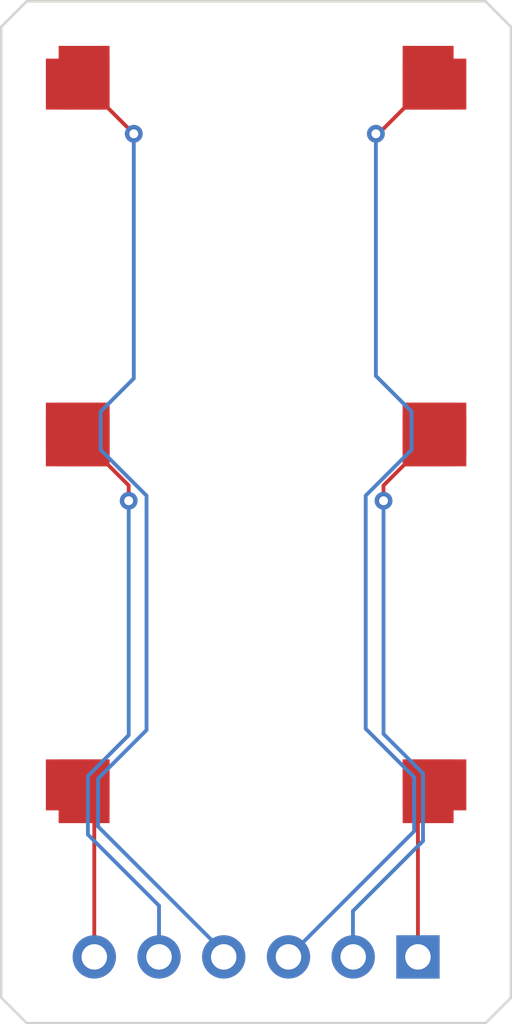
<source format=kicad_pcb>
(kicad_pcb (version 20171130) (host pcbnew "(5.1.12-1-10_14)")

  (general
    (thickness 1.6)
    (drawings 8)
    (tracks 60)
    (zones 0)
    (modules 8)
    (nets 7)
  )

  (page A4)
  (layers
    (0 F.Cu signal)
    (31 B.Cu signal)
    (32 B.Adhes user)
    (33 F.Adhes user)
    (34 B.Paste user)
    (35 F.Paste user)
    (36 B.SilkS user)
    (37 F.SilkS user)
    (38 B.Mask user)
    (39 F.Mask user)
    (40 Dwgs.User user)
    (41 Cmts.User user)
    (42 Eco1.User user)
    (43 Eco2.User user)
    (44 Edge.Cuts user)
    (45 Margin user)
    (46 B.CrtYd user)
    (47 F.CrtYd user)
    (48 B.Fab user)
    (49 F.Fab user)
  )

  (setup
    (last_trace_width 0.25)
    (user_trace_width 0.15)
    (trace_clearance 0.2)
    (zone_clearance 0.508)
    (zone_45_only no)
    (trace_min 0.15)
    (via_size 0.8)
    (via_drill 0.4)
    (via_min_size 0.35)
    (via_min_drill 0.3)
    (user_via 0.7 0.35)
    (uvia_size 0.3)
    (uvia_drill 0.1)
    (uvias_allowed no)
    (uvia_min_size 0.2)
    (uvia_min_drill 0.1)
    (edge_width 0.05)
    (segment_width 0.2)
    (pcb_text_width 0.3)
    (pcb_text_size 1.5 1.5)
    (mod_edge_width 0.12)
    (mod_text_size 1 1)
    (mod_text_width 0.15)
    (pad_size 2 2.5)
    (pad_drill 0)
    (pad_to_mask_clearance 0)
    (aux_axis_origin 0 0)
    (visible_elements FFFFFF7F)
    (pcbplotparams
      (layerselection 0x010fc_ffffffff)
      (usegerberextensions false)
      (usegerberattributes true)
      (usegerberadvancedattributes true)
      (creategerberjobfile true)
      (excludeedgelayer true)
      (linewidth 0.100000)
      (plotframeref false)
      (viasonmask false)
      (mode 1)
      (useauxorigin false)
      (hpglpennumber 1)
      (hpglpenspeed 20)
      (hpglpendiameter 15.000000)
      (psnegative false)
      (psa4output false)
      (plotreference true)
      (plotvalue true)
      (plotinvisibletext false)
      (padsonsilk false)
      (subtractmaskfromsilk false)
      (outputformat 1)
      (mirror false)
      (drillshape 1)
      (scaleselection 1)
      (outputdirectory ""))
  )

  (net 0 "")
  (net 1 "Net-(D1-Pad1)")
  (net 2 "Net-(D1-Pad2)")
  (net 3 "Net-(D2-Pad1)")
  (net 4 "Net-(D3-Pad1)")
  (net 5 "Net-(D4-Pad1)")
  (net 6 "Net-(D5-Pad1)")

  (net_class Default "This is the default net class."
    (clearance 0.2)
    (trace_width 0.25)
    (via_dia 0.8)
    (via_drill 0.4)
    (uvia_dia 0.3)
    (uvia_drill 0.1)
    (add_net "Net-(D1-Pad1)")
    (add_net "Net-(D1-Pad2)")
    (add_net "Net-(D2-Pad1)")
    (add_net "Net-(D3-Pad1)")
    (add_net "Net-(D4-Pad1)")
    (add_net "Net-(D5-Pad1)")
  )

  (module 7SegmentCharlie:LEDFilament_12mm (layer F.Cu) (tedit 621161B8) (tstamp 6200B64A)
    (at 137.9 79.9 90)
    (descr "OSRAM, reverse-mount LED, SMD, 2mm diameter, http://www.farnell.com/datasheets/2711587.pdf")
    (tags "LED ReverseMount Reverse")
    (path /62006069)
    (attr smd)
    (fp_text reference D1 (at 0 -2.3 90) (layer F.SilkS) hide
      (effects (font (size 1 1) (thickness 0.15)))
    )
    (fp_text value LED (at 0 2.425 90) (layer F.Fab) hide
      (effects (font (size 1 1) (thickness 0.15)))
    )
    (fp_line (start -8 -1.5) (end 8 -1.5) (layer F.CrtYd) (width 0.05))
    (fp_line (start 8 -1.5) (end 8 1.5) (layer F.CrtYd) (width 0.05))
    (fp_line (start 8 1.5) (end -8 1.5) (layer F.CrtYd) (width 0.05))
    (fp_line (start -8 1.5) (end -8 -1.5) (layer F.CrtYd) (width 0.05))
    (fp_text user %R (at 0 0 90) (layer F.Fab)
      (effects (font (size 0.6 0.6) (thickness 0.1)))
    )
    (pad "" smd rect (at 6.75 0 90) (size 2 2.5) (layers F.Paste F.Mask))
    (pad "" smd rect (at -6.75 0 90) (size 2 2.5) (layers F.Paste F.Mask))
    (pad "" np_thru_hole oval (at 0 0 90) (size 11.25 2) (drill oval 11.25 2) (layers *.Cu *.Mask))
    (pad 1 smd rect (at -6.75 0 90) (size 2 2.5) (layers F.Cu)
      (net 1 "Net-(D1-Pad1)"))
    (pad 2 smd rect (at 6.75 0 90) (size 2 2.5) (layers F.Cu)
      (net 2 "Net-(D1-Pad2)"))
    (model ${KISYS3DMOD}/LED_SMD.3dshapes/LED_Osram_Lx_P47F_D2mm_ReverseMount.wrl
      (at (xyz 0 0 0))
      (scale (xyz 1 1 1))
      (rotate (xyz 0 0 0))
    )
  )

  (module 7SegmentCharlie:LEDFilament_12mm (layer F.Cu) (tedit 621161B8) (tstamp 6200B666)
    (at 137.9 93.9 90)
    (descr "OSRAM, reverse-mount LED, SMD, 2mm diameter, http://www.farnell.com/datasheets/2711587.pdf")
    (tags "LED ReverseMount Reverse")
    (path /62006FB2)
    (attr smd)
    (fp_text reference D2 (at 0 -2.3 90) (layer F.SilkS) hide
      (effects (font (size 1 1) (thickness 0.15)))
    )
    (fp_text value LED (at 0 2.425 90) (layer F.Fab) hide
      (effects (font (size 1 1) (thickness 0.15)))
    )
    (fp_line (start -8 -1.5) (end 8 -1.5) (layer F.CrtYd) (width 0.05))
    (fp_line (start 8 -1.5) (end 8 1.5) (layer F.CrtYd) (width 0.05))
    (fp_line (start 8 1.5) (end -8 1.5) (layer F.CrtYd) (width 0.05))
    (fp_line (start -8 1.5) (end -8 -1.5) (layer F.CrtYd) (width 0.05))
    (fp_text user %R (at 0 0 90) (layer F.Fab)
      (effects (font (size 0.6 0.6) (thickness 0.1)))
    )
    (pad "" smd rect (at 6.75 0 90) (size 2 2.5) (layers F.Paste F.Mask))
    (pad "" smd rect (at -6.75 0 90) (size 2 2.5) (layers F.Paste F.Mask))
    (pad "" np_thru_hole oval (at 0 0 90) (size 11.25 2) (drill oval 11.25 2) (layers *.Cu *.Mask))
    (pad 1 smd rect (at -6.75 0 90) (size 2 2.5) (layers F.Cu)
      (net 3 "Net-(D2-Pad1)"))
    (pad 2 smd rect (at 6.75 0 90) (size 2 2.5) (layers F.Cu)
      (net 1 "Net-(D1-Pad1)"))
    (model ${KISYS3DMOD}/LED_SMD.3dshapes/LED_Osram_Lx_P47F_D2mm_ReverseMount.wrl
      (at (xyz 0 0 0))
      (scale (xyz 1 1 1))
      (rotate (xyz 0 0 0))
    )
  )

  (module 7SegmentCharlie:LEDFilament_12mm (layer F.Cu) (tedit 621161B8) (tstamp 6200B682)
    (at 144.9 72.9 180)
    (descr "OSRAM, reverse-mount LED, SMD, 2mm diameter, http://www.farnell.com/datasheets/2711587.pdf")
    (tags "LED ReverseMount Reverse")
    (path /62004F8C)
    (attr smd)
    (fp_text reference D3 (at 0 -2.3) (layer F.SilkS) hide
      (effects (font (size 1 1) (thickness 0.15)))
    )
    (fp_text value LED (at 11.7 -19.3) (layer F.Fab) hide
      (effects (font (size 1 1) (thickness 0.15)))
    )
    (fp_line (start -8 -1.5) (end 8 -1.5) (layer F.CrtYd) (width 0.05))
    (fp_line (start 8 -1.5) (end 8 1.5) (layer F.CrtYd) (width 0.05))
    (fp_line (start 8 1.5) (end -8 1.5) (layer F.CrtYd) (width 0.05))
    (fp_line (start -8 1.5) (end -8 -1.5) (layer F.CrtYd) (width 0.05))
    (fp_text user %R (at 0 0) (layer F.Fab)
      (effects (font (size 0.6 0.6) (thickness 0.1)))
    )
    (pad "" smd rect (at 6.75 0 180) (size 2 2.5) (layers F.Paste F.Mask))
    (pad "" smd rect (at -6.75 0 180) (size 2 2.5) (layers F.Paste F.Mask))
    (pad "" np_thru_hole oval (at 0 0 180) (size 11.25 2) (drill oval 11.25 2) (layers *.Cu *.Mask))
    (pad 1 smd rect (at -6.75 0 180) (size 2 2.5) (layers F.Cu)
      (net 4 "Net-(D3-Pad1)"))
    (pad 2 smd rect (at 6.75 0 180) (size 2 2.5) (layers F.Cu)
      (net 2 "Net-(D1-Pad2)"))
    (model ${KISYS3DMOD}/LED_SMD.3dshapes/LED_Osram_Lx_P47F_D2mm_ReverseMount.wrl
      (at (xyz 0 0 0))
      (scale (xyz 1 1 1))
      (rotate (xyz 0 0 0))
    )
  )

  (module 7SegmentCharlie:LEDFilament_12mm (layer F.Cu) (tedit 621161B8) (tstamp 6200B69E)
    (at 144.9 86.9 180)
    (descr "OSRAM, reverse-mount LED, SMD, 2mm diameter, http://www.farnell.com/datasheets/2711587.pdf")
    (tags "LED ReverseMount Reverse")
    (path /62005795)
    (attr smd)
    (fp_text reference D4 (at 0 -2.3) (layer F.SilkS) hide
      (effects (font (size 1 1) (thickness 0.15)))
    )
    (fp_text value LED (at 0 2.425) (layer F.Fab) hide
      (effects (font (size 1 1) (thickness 0.15)))
    )
    (fp_line (start -8 -1.5) (end 8 -1.5) (layer F.CrtYd) (width 0.05))
    (fp_line (start 8 -1.5) (end 8 1.5) (layer F.CrtYd) (width 0.05))
    (fp_line (start 8 1.5) (end -8 1.5) (layer F.CrtYd) (width 0.05))
    (fp_line (start -8 1.5) (end -8 -1.5) (layer F.CrtYd) (width 0.05))
    (fp_text user %R (at 0 0) (layer F.Fab)
      (effects (font (size 0.6 0.6) (thickness 0.1)))
    )
    (pad "" smd rect (at 6.75 0 180) (size 2 2.5) (layers F.Paste F.Mask))
    (pad "" smd rect (at -6.75 0 180) (size 2 2.5) (layers F.Paste F.Mask))
    (pad "" np_thru_hole oval (at 0 0 180) (size 11.25 2) (drill oval 11.25 2) (layers *.Cu *.Mask))
    (pad 1 smd rect (at -6.75 0 180) (size 2 2.5) (layers F.Cu)
      (net 5 "Net-(D4-Pad1)"))
    (pad 2 smd rect (at 6.75 0 180) (size 2 2.5) (layers F.Cu)
      (net 1 "Net-(D1-Pad1)"))
    (model ${KISYS3DMOD}/LED_SMD.3dshapes/LED_Osram_Lx_P47F_D2mm_ReverseMount.wrl
      (at (xyz 0 0 0))
      (scale (xyz 1 1 1))
      (rotate (xyz 0 0 0))
    )
  )

  (module 7SegmentCharlie:LEDFilament_12mm (layer F.Cu) (tedit 621161B8) (tstamp 6200B6BA)
    (at 144.9 100.9 180)
    (descr "OSRAM, reverse-mount LED, SMD, 2mm diameter, http://www.farnell.com/datasheets/2711587.pdf")
    (tags "LED ReverseMount Reverse")
    (path /62005E2B)
    (attr smd)
    (fp_text reference D5 (at 0 -2.5) (layer F.SilkS) hide
      (effects (font (size 1 1) (thickness 0.15)))
    )
    (fp_text value LED (at 0 2.425) (layer F.Fab) hide
      (effects (font (size 1 1) (thickness 0.15)))
    )
    (fp_line (start -8 -1.5) (end 8 -1.5) (layer F.CrtYd) (width 0.05))
    (fp_line (start 8 -1.5) (end 8 1.5) (layer F.CrtYd) (width 0.05))
    (fp_line (start 8 1.5) (end -8 1.5) (layer F.CrtYd) (width 0.05))
    (fp_line (start -8 1.5) (end -8 -1.5) (layer F.CrtYd) (width 0.05))
    (fp_text user %R (at 0 0) (layer F.Fab)
      (effects (font (size 0.6 0.6) (thickness 0.1)))
    )
    (pad "" smd rect (at 6.75 0 180) (size 2 2.5) (layers F.Paste F.Mask))
    (pad "" smd rect (at -6.75 0 180) (size 2 2.5) (layers F.Paste F.Mask))
    (pad "" np_thru_hole oval (at 0 0 180) (size 11.25 2) (drill oval 11.25 2) (layers *.Cu *.Mask))
    (pad 1 smd rect (at -6.75 0 180) (size 2 2.5) (layers F.Cu)
      (net 6 "Net-(D5-Pad1)"))
    (pad 2 smd rect (at 6.75 0 180) (size 2 2.5) (layers F.Cu)
      (net 3 "Net-(D2-Pad1)"))
    (model ${KISYS3DMOD}/LED_SMD.3dshapes/LED_Osram_Lx_P47F_D2mm_ReverseMount.wrl
      (at (xyz 0 0 0))
      (scale (xyz 1 1 1))
      (rotate (xyz 0 0 0))
    )
  )

  (module 7SegmentCharlie:LEDFilament_12mm (layer F.Cu) (tedit 621161B8) (tstamp 6200B6D6)
    (at 151.9 79.9 90)
    (descr "OSRAM, reverse-mount LED, SMD, 2mm diameter, http://www.farnell.com/datasheets/2711587.pdf")
    (tags "LED ReverseMount Reverse")
    (path /620071E3)
    (attr smd)
    (fp_text reference D6 (at 0 -2.3 90) (layer F.SilkS) hide
      (effects (font (size 1 1) (thickness 0.15)))
    )
    (fp_text value LED (at 0 2.425 90) (layer F.Fab) hide
      (effects (font (size 1 1) (thickness 0.15)))
    )
    (fp_line (start -8 -1.5) (end 8 -1.5) (layer F.CrtYd) (width 0.05))
    (fp_line (start 8 -1.5) (end 8 1.5) (layer F.CrtYd) (width 0.05))
    (fp_line (start 8 1.5) (end -8 1.5) (layer F.CrtYd) (width 0.05))
    (fp_line (start -8 1.5) (end -8 -1.5) (layer F.CrtYd) (width 0.05))
    (fp_text user %R (at 0 0 90) (layer F.Fab)
      (effects (font (size 0.6 0.6) (thickness 0.1)))
    )
    (pad "" smd rect (at 6.75 0 90) (size 2 2.5) (layers F.Paste F.Mask))
    (pad "" smd rect (at -6.75 0 90) (size 2 2.5) (layers F.Paste F.Mask))
    (pad "" np_thru_hole oval (at 0 0 90) (size 11.25 2) (drill oval 11.25 2) (layers *.Cu *.Mask))
    (pad 1 smd rect (at -6.75 0 90) (size 2 2.5) (layers F.Cu)
      (net 5 "Net-(D4-Pad1)"))
    (pad 2 smd rect (at 6.75 0 90) (size 2 2.5) (layers F.Cu)
      (net 4 "Net-(D3-Pad1)"))
    (model ${KISYS3DMOD}/LED_SMD.3dshapes/LED_Osram_Lx_P47F_D2mm_ReverseMount.wrl
      (at (xyz 0 0 0))
      (scale (xyz 1 1 1))
      (rotate (xyz 0 0 0))
    )
  )

  (module 7SegmentCharlie:LEDFilament_12mm (layer F.Cu) (tedit 621161B8) (tstamp 6200B6F2)
    (at 151.9 93.9 90)
    (descr "OSRAM, reverse-mount LED, SMD, 2mm diameter, http://www.farnell.com/datasheets/2711587.pdf")
    (tags "LED ReverseMount Reverse")
    (path /62007092)
    (attr smd)
    (fp_text reference D7 (at 0 -2.3 90) (layer F.SilkS) hide
      (effects (font (size 1 1) (thickness 0.15)))
    )
    (fp_text value LED (at 0 2.425 90) (layer F.Fab) hide
      (effects (font (size 1 1) (thickness 0.15)))
    )
    (fp_line (start -8 -1.5) (end 8 -1.5) (layer F.CrtYd) (width 0.05))
    (fp_line (start 8 -1.5) (end 8 1.5) (layer F.CrtYd) (width 0.05))
    (fp_line (start 8 1.5) (end -8 1.5) (layer F.CrtYd) (width 0.05))
    (fp_line (start -8 1.5) (end -8 -1.5) (layer F.CrtYd) (width 0.05))
    (fp_text user %R (at 0 0 90) (layer F.Fab)
      (effects (font (size 0.6 0.6) (thickness 0.1)))
    )
    (pad "" smd rect (at 6.75 0 90) (size 2 2.5) (layers F.Paste F.Mask))
    (pad "" smd rect (at -6.75 0 90) (size 2 2.5) (layers F.Paste F.Mask))
    (pad "" np_thru_hole oval (at 0 0 90) (size 11.25 2) (drill oval 11.25 2) (layers *.Cu *.Mask))
    (pad 1 smd rect (at -6.75 0 90) (size 2 2.5) (layers F.Cu)
      (net 6 "Net-(D5-Pad1)"))
    (pad 2 smd rect (at 6.75 0 90) (size 2 2.5) (layers F.Cu)
      (net 5 "Net-(D4-Pad1)"))
    (model ${KISYS3DMOD}/LED_SMD.3dshapes/LED_Osram_Lx_P47F_D2mm_ReverseMount.wrl
      (at (xyz 0 0 0))
      (scale (xyz 1 1 1))
      (rotate (xyz 0 0 0))
    )
  )

  (module 7SegmentCharlie:PinHeader_1x06_P2.54mm_NoSilk (layer F.Cu) (tedit 62125DF2) (tstamp 62126023)
    (at 151.25 107.4 270)
    (descr "Through hole straight pin header, 1x06, 2.54mm pitch, single row")
    (tags "Through hole pin header THT 1x06 2.54mm single row")
    (path /6200B942)
    (fp_text reference J1 (at 0 -2.33 90) (layer F.SilkS) hide
      (effects (font (size 1 1) (thickness 0.15)))
    )
    (fp_text value Conn_01x06_Female (at 0 15.03 90) (layer F.Fab) hide
      (effects (font (size 1 1) (thickness 0.15)))
    )
    (fp_line (start 1.8 -1.8) (end -1.8 -1.8) (layer F.CrtYd) (width 0.05))
    (fp_line (start 1.8 14.5) (end 1.8 -1.8) (layer F.CrtYd) (width 0.05))
    (fp_line (start -1.8 14.5) (end 1.8 14.5) (layer F.CrtYd) (width 0.05))
    (fp_line (start -1.8 -1.8) (end -1.8 14.5) (layer F.CrtYd) (width 0.05))
    (fp_line (start -1.27 -0.635) (end -0.635 -1.27) (layer F.Fab) (width 0.1))
    (fp_line (start -1.27 13.97) (end -1.27 -0.635) (layer F.Fab) (width 0.1))
    (fp_line (start 1.27 13.97) (end -1.27 13.97) (layer F.Fab) (width 0.1))
    (fp_line (start 1.27 -1.27) (end 1.27 13.97) (layer F.Fab) (width 0.1))
    (fp_line (start -0.635 -1.27) (end 1.27 -1.27) (layer F.Fab) (width 0.1))
    (fp_text user %R (at 0 6.35) (layer F.Fab)
      (effects (font (size 1 1) (thickness 0.15)))
    )
    (pad 1 thru_hole rect (at 0 0 270) (size 1.7 1.7) (drill 1) (layers *.Cu *.Mask)
      (net 6 "Net-(D5-Pad1)"))
    (pad 2 thru_hole oval (at 0 2.54 270) (size 1.7 1.7) (drill 1) (layers *.Cu *.Mask)
      (net 5 "Net-(D4-Pad1)"))
    (pad 3 thru_hole oval (at 0 5.08 270) (size 1.7 1.7) (drill 1) (layers *.Cu *.Mask)
      (net 4 "Net-(D3-Pad1)"))
    (pad 4 thru_hole oval (at 0 7.62 270) (size 1.7 1.7) (drill 1) (layers *.Cu *.Mask)
      (net 2 "Net-(D1-Pad2)"))
    (pad 5 thru_hole oval (at 0 10.16 270) (size 1.7 1.7) (drill 1) (layers *.Cu *.Mask)
      (net 1 "Net-(D1-Pad1)"))
    (pad 6 thru_hole oval (at 0 12.7 270) (size 1.7 1.7) (drill 1) (layers *.Cu *.Mask)
      (net 3 "Net-(D2-Pad1)"))
    (model ${KISYS3DMOD}/Connector_PinHeader_2.54mm.3dshapes/PinHeader_1x06_P2.54mm_Vertical.wrl
      (at (xyz 0 0 0))
      (scale (xyz 1 1 1))
      (rotate (xyz 0 0 0))
    )
  )

  (gr_line (start 154.9 109) (end 153.9 110) (layer Edge.Cuts) (width 0.1) (tstamp 6211789B))
  (gr_line (start 134.9 109) (end 135.9 110) (layer Edge.Cuts) (width 0.1) (tstamp 62117865))
  (gr_line (start 153.9 69.9) (end 154.9 70.9) (layer Edge.Cuts) (width 0.1) (tstamp 62117821))
  (gr_line (start 134.9 70.9) (end 135.9 69.9) (layer Edge.Cuts) (width 0.1) (tstamp 621163D1))
  (gr_line (start 135.9 69.9) (end 153.9 69.9) (layer Edge.Cuts) (width 0.1))
  (gr_line (start 134.9 109) (end 134.9 70.9) (layer Edge.Cuts) (width 0.1))
  (gr_line (start 153.9 110) (end 135.9 110) (layer Edge.Cuts) (width 0.1))
  (gr_line (start 154.9 70.9) (end 154.9 109) (layer Edge.Cuts) (width 0.1))

  (segment (start 137.65 86.9) (end 137.9 86.65) (width 0.25) (layer F.Cu) (net 1))
  (segment (start 137.9 86.65) (end 137.9 87.15) (width 0.25) (layer F.Cu) (net 1))
  (segment (start 141.09 106.69) (end 141.09 107.4) (width 0.25) (layer B.Cu) (net 1))
  (via (at 139.9 89.5) (size 0.7) (drill 0.35) (layers F.Cu B.Cu) (net 1))
  (segment (start 137.9 87.15) (end 138.15 87.15) (width 0.15) (layer F.Cu) (net 1))
  (segment (start 138.15 87.15) (end 139.9 88.9) (width 0.15) (layer F.Cu) (net 1))
  (segment (start 139.9 88.9) (end 139.9 89.5) (width 0.15) (layer F.Cu) (net 1))
  (segment (start 141.09 105.39) (end 141.09 107.4) (width 0.15) (layer B.Cu) (net 1))
  (segment (start 138.3 100.3) (end 138.3 102.6) (width 0.15) (layer B.Cu) (net 1))
  (segment (start 139.9 98.7) (end 138.3 100.3) (width 0.15) (layer B.Cu) (net 1))
  (segment (start 138.3 102.6) (end 141.09 105.39) (width 0.15) (layer B.Cu) (net 1))
  (segment (start 139.9 89.5) (end 139.9 98.7) (width 0.15) (layer B.Cu) (net 1))
  (segment (start 137.9 73.15) (end 138.15 72.9) (width 0.25) (layer F.Cu) (net 2))
  (segment (start 137.9 73.15) (end 138.15 73.15) (width 0.15) (layer F.Cu) (net 2))
  (via (at 140.1 75.1) (size 0.7) (drill 0.35) (layers F.Cu B.Cu) (net 2))
  (segment (start 138.15 73.15) (end 140.1 75.1) (width 0.15) (layer F.Cu) (net 2))
  (segment (start 143.63 107.215) (end 143.63 107.4) (width 0.15) (layer B.Cu) (net 2))
  (segment (start 138.7 100.4) (end 138.7 102.285) (width 0.15) (layer B.Cu) (net 2))
  (segment (start 138.8 87.5) (end 140.6 89.3) (width 0.15) (layer B.Cu) (net 2))
  (segment (start 140.6 89.3) (end 140.6 98.5) (width 0.15) (layer B.Cu) (net 2))
  (segment (start 138.8 86) (end 138.8 87.5) (width 0.15) (layer B.Cu) (net 2))
  (segment (start 140.6 98.5) (end 138.7 100.4) (width 0.15) (layer B.Cu) (net 2))
  (segment (start 140.1 84.7) (end 138.8 86) (width 0.15) (layer B.Cu) (net 2))
  (segment (start 138.7 102.285) (end 143.63 107.215) (width 0.15) (layer B.Cu) (net 2))
  (segment (start 140.1 75.1) (end 140.1 84.7) (width 0.15) (layer B.Cu) (net 2))
  (segment (start 138.55 101.3) (end 138.15 100.9) (width 0.15) (layer F.Cu) (net 3))
  (segment (start 138.55 107.4) (end 138.55 101.3) (width 0.15) (layer F.Cu) (net 3))
  (segment (start 138.15 100.9) (end 137.9 100.65) (width 0.15) (layer F.Cu) (net 3))
  (segment (start 151.85 73.1) (end 151.65 72.9) (width 0.25) (layer F.Cu) (net 4))
  (segment (start 151.65 72.9) (end 151.9 73.15) (width 0.25) (layer F.Cu) (net 4))
  (via (at 149.6 75.1) (size 0.7) (drill 0.35) (layers F.Cu B.Cu) (net 4))
  (segment (start 151.65 73.15) (end 149.7 75.1) (width 0.15) (layer F.Cu) (net 4))
  (segment (start 151.65 72.9) (end 151.65 73.15) (width 0.15) (layer F.Cu) (net 4))
  (segment (start 149.7 75.1) (end 149.6 75.1) (width 0.15) (layer F.Cu) (net 4))
  (segment (start 151.1 100.344989) (end 149.2 98.444989) (width 0.15) (layer B.Cu) (net 4))
  (segment (start 146.17 107.4) (end 151.1 102.47) (width 0.15) (layer B.Cu) (net 4))
  (segment (start 151.1 102.47) (end 151.1 100.344989) (width 0.15) (layer B.Cu) (net 4))
  (segment (start 149.2 98.444989) (end 149.2 89.3) (width 0.15) (layer B.Cu) (net 4))
  (segment (start 149.2 89.3) (end 151 87.5) (width 0.15) (layer B.Cu) (net 4))
  (segment (start 151 86) (end 149.6 84.6) (width 0.15) (layer B.Cu) (net 4))
  (segment (start 151 87.5) (end 151 86) (width 0.15) (layer B.Cu) (net 4))
  (segment (start 149.6 84.6) (end 149.6 75.1) (width 0.15) (layer B.Cu) (net 4))
  (segment (start 151.85 87.1) (end 151.65 86.9) (width 0.25) (layer F.Cu) (net 5))
  (segment (start 151.9 86.65) (end 151.9 87.15) (width 0.25) (layer F.Cu) (net 5))
  (segment (start 148.71 107.4) (end 148.71 106.89) (width 0.25) (layer B.Cu) (net 5))
  (segment (start 149.9 88.9) (end 149.9 89.5) (width 0.15) (layer F.Cu) (net 5))
  (segment (start 151.65 87.15) (end 149.9 88.9) (width 0.15) (layer F.Cu) (net 5))
  (segment (start 151.65 86.9) (end 151.65 87.15) (width 0.15) (layer F.Cu) (net 5))
  (via (at 149.9 89.5) (size 0.7) (drill 0.35) (layers F.Cu B.Cu) (net 5))
  (segment (start 148.7 107.39) (end 148.71 107.4) (width 0.15) (layer B.Cu) (net 5))
  (segment (start 151.450011 102.849989) (end 148.7 105.6) (width 0.15) (layer B.Cu) (net 5))
  (segment (start 149.9 89.5) (end 149.9 98.649999) (width 0.15) (layer B.Cu) (net 5))
  (segment (start 151.450011 100.20001) (end 151.450011 102.849989) (width 0.15) (layer B.Cu) (net 5))
  (segment (start 149.9 98.649999) (end 151.450011 100.20001) (width 0.15) (layer B.Cu) (net 5))
  (segment (start 148.7 105.6) (end 148.7 107.39) (width 0.15) (layer B.Cu) (net 5))
  (segment (start 151.95 100.6) (end 151.9 100.65) (width 0.25) (layer F.Cu) (net 6))
  (segment (start 151.25 107.4) (end 151.25 107.35) (width 0.25) (layer B.Cu) (net 6))
  (segment (start 151.25 101.3) (end 151.65 100.9) (width 0.15) (layer F.Cu) (net 6))
  (segment (start 151.25 107.4) (end 151.25 101.3) (width 0.15) (layer F.Cu) (net 6))
  (segment (start 151.9 100.65) (end 151.65 100.9) (width 0.15) (layer F.Cu) (net 6))

)

</source>
